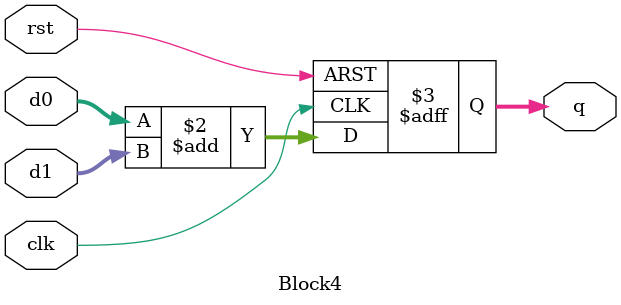
<source format=v>
module Block4(d0,d1,q,clk,rst);
	input [7:0] d0,d1;
	input clk,rst;
	output reg [7:0] q;
	always @(posedge clk or posedge rst)begin
		if(rst) 
			q <= 0;
		else 
			q <= d0 + d1;
	end
endmodule

</source>
